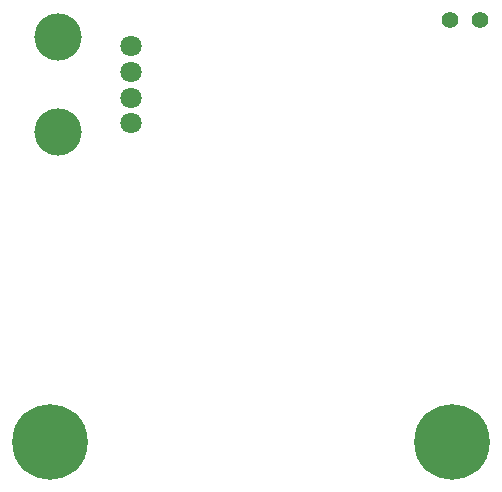
<source format=gbr>
%TF.GenerationSoftware,KiCad,Pcbnew,(6.0.2-0)*%
%TF.CreationDate,2022-05-22T12:16:40-06:00*%
%TF.ProjectId,epas-controller,65706173-2d63-46f6-9e74-726f6c6c6572,rev?*%
%TF.SameCoordinates,Original*%
%TF.FileFunction,Soldermask,Bot*%
%TF.FilePolarity,Negative*%
%FSLAX46Y46*%
G04 Gerber Fmt 4.6, Leading zero omitted, Abs format (unit mm)*
G04 Created by KiCad (PCBNEW (6.0.2-0)) date 2022-05-22 12:16:40*
%MOMM*%
%LPD*%
G01*
G04 APERTURE LIST*
%ADD10C,0.800000*%
%ADD11C,6.400000*%
%ADD12C,1.400000*%
%ADD13C,1.800000*%
%ADD14C,4.000000*%
G04 APERTURE END LIST*
D10*
%TO.C,H1*%
X56197056Y-59472056D03*
X52802944Y-59472056D03*
X56197056Y-56077944D03*
X52100000Y-57775000D03*
X54500000Y-55375000D03*
D11*
X54500000Y-57775000D03*
D10*
X54500000Y-60175000D03*
X52802944Y-56077944D03*
X56900000Y-57775000D03*
%TD*%
D12*
%TO.C,TP1*%
X54275000Y-22000000D03*
X56815000Y-22000000D03*
%TD*%
D13*
%TO.C,J1*%
X27287500Y-30754166D03*
X27287500Y-28570833D03*
X27287500Y-26387500D03*
X27287500Y-24204166D03*
D14*
X21162500Y-31462500D03*
X21162500Y-23462500D03*
%TD*%
D10*
%TO.C,H2*%
X18727944Y-56077944D03*
X18727944Y-59472056D03*
X22122056Y-59472056D03*
X20425000Y-55375000D03*
X22122056Y-56077944D03*
X18025000Y-57775000D03*
X22825000Y-57775000D03*
D11*
X20425000Y-57775000D03*
D10*
X20425000Y-60175000D03*
%TD*%
M02*

</source>
